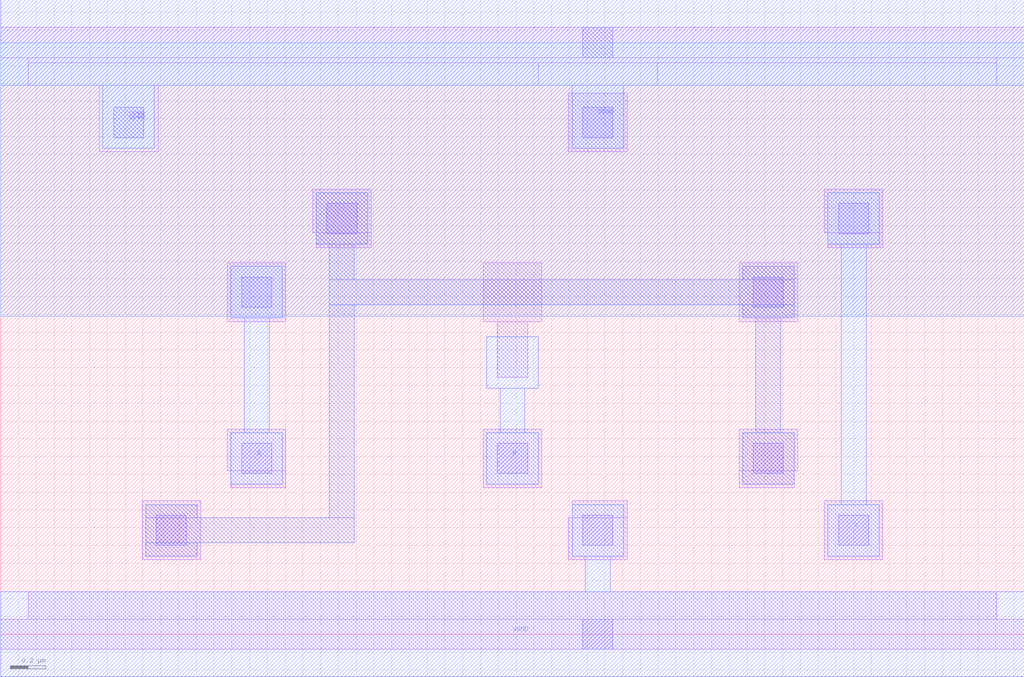
<source format=lef>
VERSION 5.7 ;
  NOWIREEXTENSIONATPIN ON ;
  DIVIDERCHAR "/" ;
  BUSBITCHARS "[]" ;
MACRO AND2X1
  CLASS CORE ;
  FOREIGN AND2X1 ;
  ORIGIN 0.000 0.000 ;
  SIZE 5.760 BY 3.330 ;
  SYMMETRY X Y ;
  SITE unit ;
  PIN A
    ANTENNAGATEAREA 0.189000 ;
    PORT
      LAYER met1 ;
        RECT 1.295 1.780 1.585 2.070 ;
        RECT 1.370 1.135 1.510 1.780 ;
        RECT 1.295 0.845 1.585 1.135 ;
    END
  END A
  PIN B
    ANTENNAGATEAREA 0.189000 ;
    PORT
      LAYER met1 ;
        RECT 2.735 1.385 3.025 1.675 ;
        RECT 2.810 1.135 2.950 1.385 ;
        RECT 2.735 0.845 3.025 1.135 ;
    END
  END B
  PIN VGND
    ANTENNADIFFAREA 0.562100 ;
    PORT
      LAYER met1 ;
        RECT 3.215 0.440 3.505 0.730 ;
        RECT 3.290 0.240 3.430 0.440 ;
        RECT 0.000 -0.240 5.760 0.240 ;
    END
    PORT
      LAYER met1 ;
        RECT 0.000 3.090 5.760 3.570 ;
        RECT 0.575 2.735 0.865 3.090 ;
        RECT 3.215 2.735 3.505 3.090 ;
    END
  END VGND
  PIN VPWR
    ANTENNADIFFAREA 0.663600 ;
    PORT
      LAYER li1 ;
        RECT 0.000 3.245 5.760 3.415 ;
        RECT 0.155 3.215 5.605 3.245 ;
        RECT 0.155 3.090 3.025 3.215 ;
        RECT 3.695 3.090 5.605 3.215 ;
        RECT 0.555 2.715 0.885 3.090 ;
      LAYER mcon ;
        RECT 3.275 3.245 3.445 3.415 ;
        RECT 0.635 2.795 0.805 2.965 ;
    END
  END VPWR
  PIN Y
    ANTENNADIFFAREA 1.031650 ;
    PORT
      LAYER met1 ;
        RECT 4.655 2.195 4.945 2.485 ;
        RECT 4.730 0.730 4.870 2.195 ;
        RECT 4.655 0.440 4.945 0.730 ;
    END
  END Y
  OBS
      LAYER nwell ;
        RECT 0.000 1.790 5.760 3.330 ;
      LAYER li1 ;
        RECT 3.195 2.715 3.525 3.045 ;
        RECT 1.755 2.260 2.085 2.505 ;
        RECT 4.635 2.260 4.965 2.505 ;
        RECT 1.775 2.175 2.085 2.260 ;
        RECT 4.655 2.175 4.965 2.260 ;
        RECT 1.275 1.760 1.605 2.090 ;
        RECT 2.715 1.760 3.045 2.090 ;
        RECT 4.155 1.760 4.485 2.090 ;
        RECT 2.795 1.445 2.965 1.760 ;
        RECT 1.275 0.920 1.605 1.155 ;
        RECT 1.295 0.825 1.605 0.920 ;
        RECT 2.715 0.825 3.045 1.155 ;
        RECT 4.155 0.920 4.485 1.155 ;
        RECT 4.155 0.825 4.465 0.920 ;
        RECT 0.795 0.420 1.125 0.750 ;
        RECT 3.215 0.655 3.525 0.750 ;
        RECT 3.195 0.420 3.525 0.655 ;
        RECT 4.635 0.420 4.965 0.750 ;
        RECT 0.155 0.085 5.605 0.240 ;
        RECT 0.000 -0.085 5.760 0.085 ;
      LAYER mcon ;
        RECT 3.275 2.795 3.445 2.965 ;
        RECT 1.835 2.255 2.005 2.425 ;
        RECT 4.715 2.255 4.885 2.425 ;
        RECT 1.355 1.840 1.525 2.010 ;
        RECT 4.235 1.840 4.405 2.010 ;
        RECT 1.355 0.905 1.525 1.075 ;
        RECT 2.795 0.905 2.965 1.075 ;
        RECT 4.235 0.905 4.405 1.075 ;
        RECT 0.875 0.500 1.045 0.670 ;
        RECT 3.275 0.500 3.445 0.670 ;
        RECT 4.715 0.500 4.885 0.670 ;
        RECT 3.275 -0.085 3.445 0.085 ;
      LAYER met1 ;
        RECT 1.775 2.195 2.065 2.485 ;
        RECT 1.850 1.995 1.990 2.195 ;
        RECT 4.175 1.995 4.465 2.070 ;
        RECT 1.850 1.855 4.465 1.995 ;
        RECT 0.815 0.655 1.105 0.730 ;
        RECT 1.850 0.655 1.990 1.855 ;
        RECT 4.175 1.780 4.465 1.855 ;
        RECT 4.250 1.135 4.390 1.780 ;
        RECT 4.175 0.845 4.465 1.135 ;
        RECT 0.815 0.515 1.990 0.655 ;
        RECT 0.815 0.440 1.105 0.515 ;
  END
END AND2X1
END LIBRARY


</source>
